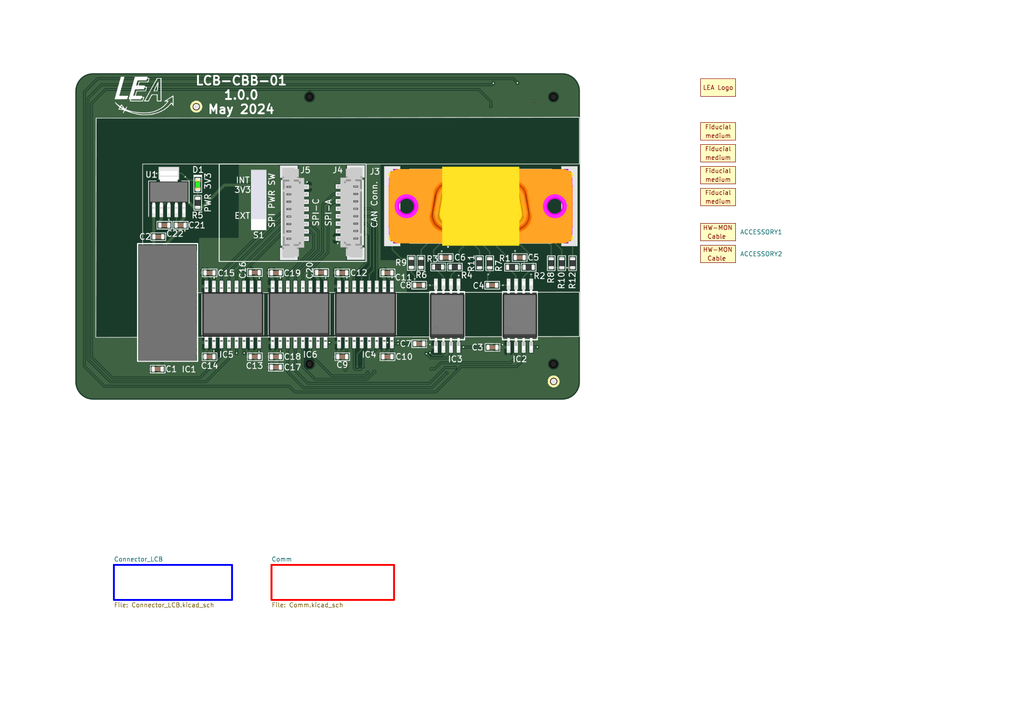
<source format=kicad_sch>
(kicad_sch (version 20231120) (generator "eeschema") (generator_version "8.0")
  (paper "A4")
  (title_block (title "LCB-CBB-01: Bus_Board") (date "2024-05-16") (rev "1.0.0") (company "PADERBORN UNIVERSITY DEPARTMENT OF POWER ELECTRONICS AND ELECTRICAL DRIVES"))
  (lib_symbols
    (symbol "LEA_SymbolLibrary:ACCESSORY_BusBoard_SPI_Cable" (on_board no)
      (property "Reference" "ACCESSORY" (at 0 3.81 0))
      (symbol "ACCESSORY_BusBoard_SPI_Cable_0_0"
        (text "Cable" (at -3.175 -1.27 0) (effects (font (size 1.27 1.27)) (justify left)))
        (text "HW-MON" (at -4.445 1.27 0) (effects (font (size 1.27 1.27)) (justify left)))
      )
      (symbol "ACCESSORY_BusBoard_SPI_Cable_0_1"
        (rectangle (start -5.08 2.54) (end 5.08 -2.54) (fill (type background)))
      )
    )
    (symbol "LEA_SymbolLibrary:Fiducial_medium" (pin_numbers hide) (pin_names hide) (in_bom no)
      (symbol "Fiducial_medium_0_0"
        (text "Fiducial" (at 0 1.27 0) (effects (font (size 1.27 1.27))))
        (text "medium" (at 0 -1.27 0) (effects (font (size 1.27 1.27))))
      )
      (symbol "Fiducial_medium_0_1"
        (rectangle (start -5.08 2.54) (end 5.08 -2.54) (fill (type background)))
      )
    )
    (symbol "LEA_SymbolLibrary:SYM_LEA_Logo" (in_bom no)
      (symbol "SYM_LEA_Logo_0_0"
        (text "LEA Logo" (at 0 0 0) (effects (font (size 1.27 1.27))))
      )
      (symbol "SYM_LEA_Logo_0_1"
        (rectangle (start -5.08 2.54) (end 5.08 -2.54) (fill (type background)))
      )
    )
  )
  (image (at 95.25 68.58) (scale 0.407518))
  (symbol (lib_id "LEA_SymbolLibrary:Fiducial_medium") (at 208.28 38.1 0) (unit 1) (exclude_from_sim yes) (in_bom no)
    (property "Reference" "O1" (effects (hide yes)))
    (property "Value" "Fiducial_medium" (effects (hide yes)))
    (property "Footprint" "LEA_FootprintLibrary:Fiducials_medium" (effects (hide yes)))
    (property "Sim.Enable" "0" (effects (hide yes)))
  )
  (symbol (lib_id "LEA_SymbolLibrary:ACCESSORY_BusBoard_SPI_Cable") (at 208.28 73.66 0) (unit 1) (on_board no)
    (property "Reference" "ACCESSORY2" (at 214.63 73.66 0) (effects (justify left)))
    (property "Value" "ACCESSORY_BusBoard_SPI_Cable" (effects (hide yes)))
    (property "Datasheet" "https://www.molex.com/en-us/products/part-detail/151340805" (effects (hide yes)))
    (property "mouser#" "538-15134-0805" (effects (hide yes)))
    (property "manf#" "15134-0805" (effects (hide yes)))
    (property "Manufacturer" "Molex" (effects (hide yes)))
  )
  (symbol (lib_id "LEA_SymbolLibrary:ACCESSORY_BusBoard_SPI_Cable") (at 208.28 67.31 0) (unit 1) (on_board no)
    (property "Reference" "ACCESSORY1" (at 214.63 67.31 0) (effects (justify left)))
    (property "Value" "ACCESSORY_BusBoard_SPI_Cable" (effects (hide yes)))
    (property "Datasheet" "https://www.molex.com/en-us/products/part-detail/151340805" (effects (hide yes)))
    (property "mouser#" "538-15134-0805" (effects (hide yes)))
    (property "manf#" "15134-0805" (effects (hide yes)))
    (property "Manufacturer" "Molex" (effects (hide yes)))
  )
  (symbol (lib_id "LEA_SymbolLibrary:Fiducial_medium") (at 208.28 50.8 0) (unit 1) (exclude_from_sim yes) (in_bom no)
    (property "Reference" "O3" (effects (hide yes)))
    (property "Value" "Fiducial_medium" (effects (hide yes)))
    (property "Footprint" "LEA_FootprintLibrary:Fiducials_medium" (effects (hide yes)))
    (property "Sim.Enable" "0" (effects (hide yes)))
  )
  (symbol (lib_id "LEA_SymbolLibrary:SYM_LEA_Logo") (at 208.28 25.4 0) (unit 1) (exclude_from_sim yes) (in_bom no)
    (property "Reference" "SYM1" (effects (hide yes)))
    (property "Value" "SYM_LEA_Logo" (effects (hide yes)))
    (property "Footprint" "LEA_FootprintLibrary:SYM_lea_logo" (effects (hide yes)))
    (property "Sim.Enable" "0" (effects (hide yes)))
  )
  (symbol (lib_id "LEA_SymbolLibrary:Fiducial_medium") (at 208.28 57.15 0) (unit 1) (exclude_from_sim yes) (in_bom no)
    (property "Reference" "O4" (effects (hide yes)))
    (property "Value" "Fiducial_medium" (effects (hide yes)))
    (property "Footprint" "LEA_FootprintLibrary:Fiducials_medium" (effects (hide yes)))
    (property "Sim.Enable" "0" (effects (hide yes)))
  )
  (symbol (lib_id "LEA_SymbolLibrary:Fiducial_medium") (at 208.28 44.45 0) (unit 1) (exclude_from_sim yes) (in_bom no)
    (property "Reference" "O2" (effects (hide yes)))
    (property "Value" "Fiducial_medium" (effects (hide yes)))
    (property "Footprint" "LEA_FootprintLibrary:Fiducials_medium" (effects (hide yes)))
    (property "Sim.Enable" "0" (effects (hide yes)))
  )
  (sheet (at 78.74 163.83) (size 35.56 10.16) (stroke (width 0.5) (color 255 0 0 1))
    (property "Sheetname" "Comm" (at 78.74 162.9446 0) (effects (justify left bottom)))
    (property "Sheetfile" "Comm.kicad_sch" (at 78.74 174.7484 0) (effects (justify left top)))
  )
  (sheet (at 33.02 163.83) (size 34.29 10.16) (stroke (width 0.5) (color 0 0 255 1))
    (property "Sheetname" "Connector_LCB" (at 33.02 162.9446 0) (effects (justify left bottom)))
    (property "Sheetfile" "Connector_LCB.kicad_sch" (at 33.02 174.7484 0) (effects (justify left top)))
  )
)
</source>
